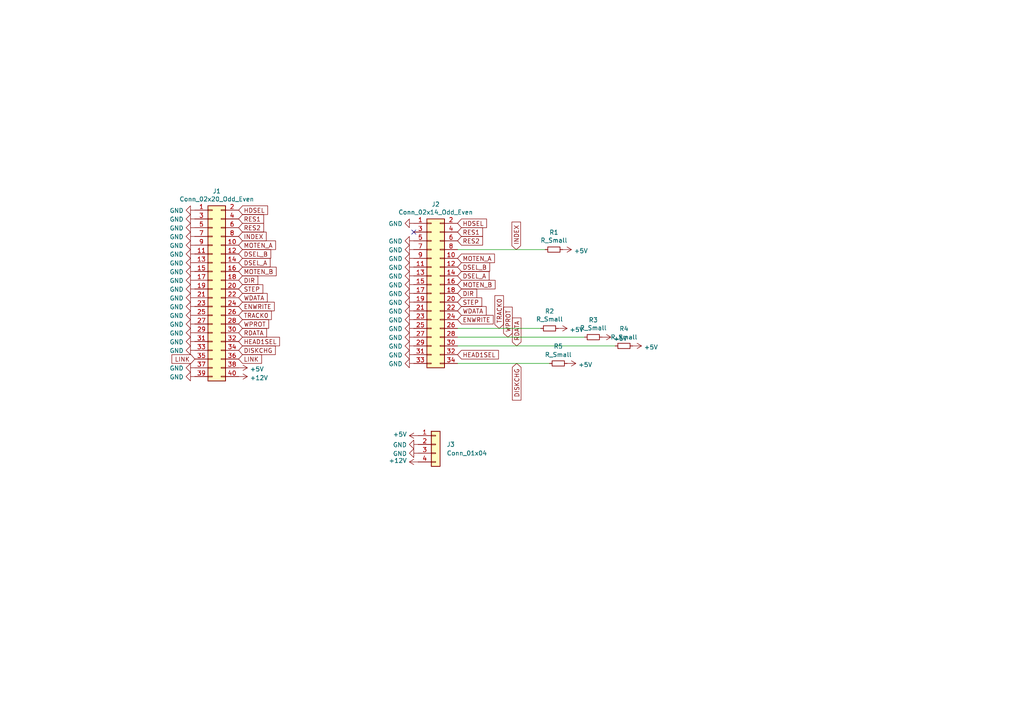
<source format=kicad_sch>
(kicad_sch (version 20211123) (generator eeschema)
  (paper "A4")
  (lib_symbols
    (symbol "Connector_Generic:Conn_01x04" (pin_names (offset 1.016) hide)
      (property "Reference" "J" (at 0 5.08 0))
      (property "Value" "Conn_01x04" (at 0 -7.62 0))
      (symbol "Conn_01x04_1_1"
        (rectangle (start -1.27 -4.953) (end 0 -5.207) (stroke (width 0.1524)))
        (rectangle (start -1.27 -2.413) (end 0 -2.667) (stroke (width 0.1524)))
        (rectangle (start -1.27 0.127) (end 0 -0.127) (stroke (width 0.1524)))
        (rectangle (start -1.27 2.667) (end 0 2.413) (stroke (width 0.1524)))
        (rectangle (start -1.27 3.81) (end 1.27 -6.35) (stroke (width 0.254)) (fill (type background)))
        (pin passive line (at -5.08 2.54 0) (length 3.81) (name "Pin_1") (number "1"))
        (pin passive line (at -5.08 0 0) (length 3.81) (name "Pin_2") (number "2"))
        (pin passive line (at -5.08 -2.54 0) (length 3.81) (name "Pin_3") (number "3"))
        (pin passive line (at -5.08 -5.08 0) (length 3.81) (name "Pin_4") (number "4"))
      )
    )
    (symbol "Connector_Generic:Conn_02x17_Odd_Even" (pin_names (offset 1.016) hide)
      (property "Reference" "J" (at 1.27 22.86 0))
      (property "Value" "Conn_02x17_Odd_Even" (at 1.27 -22.86 0))
      (symbol "Conn_02x17_Odd_Even_1_1"
        (rectangle (start -1.27 -20.193) (end 0 -20.447) (stroke (width 0.1524)))
        (rectangle (start -1.27 -17.653) (end 0 -17.907) (stroke (width 0.1524)))
        (rectangle (start -1.27 -15.113) (end 0 -15.367) (stroke (width 0.1524)))
        (rectangle (start -1.27 -12.573) (end 0 -12.827) (stroke (width 0.1524)))
        (rectangle (start -1.27 -10.033) (end 0 -10.287) (stroke (width 0.1524)))
        (rectangle (start -1.27 -7.493) (end 0 -7.747) (stroke (width 0.1524)))
        (rectangle (start -1.27 -4.953) (end 0 -5.207) (stroke (width 0.1524)))
        (rectangle (start -1.27 -2.413) (end 0 -2.667) (stroke (width 0.1524)))
        (rectangle (start -1.27 0.127) (end 0 -0.127) (stroke (width 0.1524)))
        (rectangle (start -1.27 2.667) (end 0 2.413) (stroke (width 0.1524)))
        (rectangle (start -1.27 5.207) (end 0 4.953) (stroke (width 0.1524)))
        (rectangle (start -1.27 7.747) (end 0 7.493) (stroke (width 0.1524)))
        (rectangle (start -1.27 10.287) (end 0 10.033) (stroke (width 0.1524)))
        (rectangle (start -1.27 12.827) (end 0 12.573) (stroke (width 0.1524)))
        (rectangle (start -1.27 15.367) (end 0 15.113) (stroke (width 0.1524)))
        (rectangle (start -1.27 17.907) (end 0 17.653) (stroke (width 0.1524)))
        (rectangle (start -1.27 20.447) (end 0 20.193) (stroke (width 0.1524)))
        (rectangle (start -1.27 21.59) (end 3.81 -21.59) (stroke (width 0.254)) (fill (type background)))
        (rectangle (start 3.81 -20.193) (end 2.54 -20.447) (stroke (width 0.1524)))
        (rectangle (start 3.81 -17.653) (end 2.54 -17.907) (stroke (width 0.1524)))
        (rectangle (start 3.81 -15.113) (end 2.54 -15.367) (stroke (width 0.1524)))
        (rectangle (start 3.81 -12.573) (end 2.54 -12.827) (stroke (width 0.1524)))
        (rectangle (start 3.81 -10.033) (end 2.54 -10.287) (stroke (width 0.1524)))
        (rectangle (start 3.81 -7.493) (end 2.54 -7.747) (stroke (width 0.1524)))
        (rectangle (start 3.81 -4.953) (end 2.54 -5.207) (stroke (width 0.1524)))
        (rectangle (start 3.81 -2.413) (end 2.54 -2.667) (stroke (width 0.1524)))
        (rectangle (start 3.81 0.127) (end 2.54 -0.127) (stroke (width 0.1524)))
        (rectangle (start 3.81 2.667) (end 2.54 2.413) (stroke (width 0.1524)))
        (rectangle (start 3.81 5.207) (end 2.54 4.953) (stroke (width 0.1524)))
        (rectangle (start 3.81 7.747) (end 2.54 7.493) (stroke (width 0.1524)))
        (rectangle (start 3.81 10.287) (end 2.54 10.033) (stroke (width 0.1524)))
        (rectangle (start 3.81 12.827) (end 2.54 12.573) (stroke (width 0.1524)))
        (rectangle (start 3.81 15.367) (end 2.54 15.113) (stroke (width 0.1524)))
        (rectangle (start 3.81 17.907) (end 2.54 17.653) (stroke (width 0.1524)))
        (rectangle (start 3.81 20.447) (end 2.54 20.193) (stroke (width 0.1524)))
        (pin passive line (at -5.08 20.32 0) (length 3.81) (name "Pin_1") (number "1"))
        (pin passive line (at 7.62 10.16 180) (length 3.81) (name "Pin_10") (number "10"))
        (pin passive line (at -5.08 7.62 0) (length 3.81) (name "Pin_11") (number "11"))
        (pin passive line (at 7.62 7.62 180) (length 3.81) (name "Pin_12") (number "12"))
        (pin passive line (at -5.08 5.08 0) (length 3.81) (name "Pin_13") (number "13"))
        (pin passive line (at 7.62 5.08 180) (length 3.81) (name "Pin_14") (number "14"))
        (pin passive line (at -5.08 2.54 0) (length 3.81) (name "Pin_15") (number "15"))
        (pin passive line (at 7.62 2.54 180) (length 3.81) (name "Pin_16") (number "16"))
        (pin passive line (at -5.08 0 0) (length 3.81) (name "Pin_17") (number "17"))
        (pin passive line (at 7.62 0 180) (length 3.81) (name "Pin_18") (number "18"))
        (pin passive line (at -5.08 -2.54 0) (length 3.81) (name "Pin_19") (number "19"))
        (pin passive line (at 7.62 20.32 180) (length 3.81) (name "Pin_2") (number "2"))
        (pin passive line (at 7.62 -2.54 180) (length 3.81) (name "Pin_20") (number "20"))
        (pin passive line (at -5.08 -5.08 0) (length 3.81) (name "Pin_21") (number "21"))
        (pin passive line (at 7.62 -5.08 180) (length 3.81) (name "Pin_22") (number "22"))
        (pin passive line (at -5.08 -7.62 0) (length 3.81) (name "Pin_23") (number "23"))
        (pin passive line (at 7.62 -7.62 180) (length 3.81) (name "Pin_24") (number "24"))
        (pin passive line (at -5.08 -10.16 0) (length 3.81) (name "Pin_25") (number "25"))
        (pin passive line (at 7.62 -10.16 180) (length 3.81) (name "Pin_26") (number "26"))
        (pin passive line (at -5.08 -12.7 0) (length 3.81) (name "Pin_27") (number "27"))
        (pin passive line (at 7.62 -12.7 180) (length 3.81) (name "Pin_28") (number "28"))
        (pin passive line (at -5.08 -15.24 0) (length 3.81) (name "Pin_29") (number "29"))
        (pin passive line (at -5.08 17.78 0) (length 3.81) (name "Pin_3") (number "3"))
        (pin passive line (at 7.62 -15.24 180) (length 3.81) (name "Pin_30") (number "30"))
        (pin passive line (at -5.08 -17.78 0) (length 3.81) (name "Pin_31") (number "31"))
        (pin passive line (at 7.62 -17.78 180) (length 3.81) (name "Pin_32") (number "32"))
        (pin passive line (at -5.08 -20.32 0) (length 3.81) (name "Pin_33") (number "33"))
        (pin passive line (at 7.62 -20.32 180) (length 3.81) (name "Pin_34") (number "34"))
        (pin passive line (at 7.62 17.78 180) (length 3.81) (name "Pin_4") (number "4"))
        (pin passive line (at -5.08 15.24 0) (length 3.81) (name "Pin_5") (number "5"))
        (pin passive line (at 7.62 15.24 180) (length 3.81) (name "Pin_6") (number "6"))
        (pin passive line (at -5.08 12.7 0) (length 3.81) (name "Pin_7") (number "7"))
        (pin passive line (at 7.62 12.7 180) (length 3.81) (name "Pin_8") (number "8"))
        (pin passive line (at -5.08 10.16 0) (length 3.81) (name "Pin_9") (number "9"))
      )
    )
    (symbol "Connector_Generic:Conn_02x20_Odd_Even" (pin_names (offset 1.016) hide)
      (property "Reference" "J" (at 1.27 25.4 0))
      (property "Value" "Conn_02x20_Odd_Even" (at 1.27 -27.94 0))
      (symbol "Conn_02x20_Odd_Even_1_1"
        (rectangle (start -1.27 -25.273) (end 0 -25.527) (stroke (width 0.1524)))
        (rectangle (start -1.27 -22.733) (end 0 -22.987) (stroke (width 0.1524)))
        (rectangle (start -1.27 -20.193) (end 0 -20.447) (stroke (width 0.1524)))
        (rectangle (start -1.27 -17.653) (end 0 -17.907) (stroke (width 0.1524)))
        (rectangle (start -1.27 -15.113) (end 0 -15.367) (stroke (width 0.1524)))
        (rectangle (start -1.27 -12.573) (end 0 -12.827) (stroke (width 0.1524)))
        (rectangle (start -1.27 -10.033) (end 0 -10.287) (stroke (width 0.1524)))
        (rectangle (start -1.27 -7.493) (end 0 -7.747) (stroke (width 0.1524)))
        (rectangle (start -1.27 -4.953) (end 0 -5.207) (stroke (width 0.1524)))
        (rectangle (start -1.27 -2.413) (end 0 -2.667) (stroke (width 0.1524)))
        (rectangle (start -1.27 0.127) (end 0 -0.127) (stroke (width 0.1524)))
        (rectangle (start -1.27 2.667) (end 0 2.413) (stroke (width 0.1524)))
        (rectangle (start -1.27 5.207) (end 0 4.953) (stroke (width 0.1524)))
        (rectangle (start -1.27 7.747) (end 0 7.493) (stroke (width 0.1524)))
        (rectangle (start -1.27 10.287) (end 0 10.033) (stroke (width 0.1524)))
        (rectangle (start -1.27 12.827) (end 0 12.573) (stroke (width 0.1524)))
        (rectangle (start -1.27 15.367) (end 0 15.113) (stroke (width 0.1524)))
        (rectangle (start -1.27 17.907) (end 0 17.653) (stroke (width 0.1524)))
        (rectangle (start -1.27 20.447) (end 0 20.193) (stroke (width 0.1524)))
        (rectangle (start -1.27 22.987) (end 0 22.733) (stroke (width 0.1524)))
        (rectangle (start -1.27 24.13) (end 3.81 -26.67) (stroke (width 0.254)) (fill (type background)))
        (rectangle (start 3.81 -25.273) (end 2.54 -25.527) (stroke (width 0.1524)))
        (rectangle (start 3.81 -22.733) (end 2.54 -22.987) (stroke (width 0.1524)))
        (rectangle (start 3.81 -20.193) (end 2.54 -20.447) (stroke (width 0.1524)))
        (rectangle (start 3.81 -17.653) (end 2.54 -17.907) (stroke (width 0.1524)))
        (rectangle (start 3.81 -15.113) (end 2.54 -15.367) (stroke (width 0.1524)))
        (rectangle (start 3.81 -12.573) (end 2.54 -12.827) (stroke (width 0.1524)))
        (rectangle (start 3.81 -10.033) (end 2.54 -10.287) (stroke (width 0.1524)))
        (rectangle (start 3.81 -7.493) (end 2.54 -7.747) (stroke (width 0.1524)))
        (rectangle (start 3.81 -4.953) (end 2.54 -5.207) (stroke (width 0.1524)))
        (rectangle (start 3.81 -2.413) (end 2.54 -2.667) (stroke (width 0.1524)))
        (rectangle (start 3.81 0.127) (end 2.54 -0.127) (stroke (width 0.1524)))
        (rectangle (start 3.81 2.667) (end 2.54 2.413) (stroke (width 0.1524)))
        (rectangle (start 3.81 5.207) (end 2.54 4.953) (stroke (width 0.1524)))
        (rectangle (start 3.81 7.747) (end 2.54 7.493) (stroke (width 0.1524)))
        (rectangle (start 3.81 10.287) (end 2.54 10.033) (stroke (width 0.1524)))
        (rectangle (start 3.81 12.827) (end 2.54 12.573) (stroke (width 0.1524)))
        (rectangle (start 3.81 15.367) (end 2.54 15.113) (stroke (width 0.1524)))
        (rectangle (start 3.81 17.907) (end 2.54 17.653) (stroke (width 0.1524)))
        (rectangle (start 3.81 20.447) (end 2.54 20.193) (stroke (width 0.1524)))
        (rectangle (start 3.81 22.987) (end 2.54 22.733) (stroke (width 0.1524)))
        (pin passive line (at -5.08 22.86 0) (length 3.81) (name "Pin_1") (number "1"))
        (pin passive line (at 7.62 12.7 180) (length 3.81) (name "Pin_10") (number "10"))
        (pin passive line (at -5.08 10.16 0) (length 3.81) (name "Pin_11") (number "11"))
        (pin passive line (at 7.62 10.16 180) (length 3.81) (name "Pin_12") (number "12"))
        (pin passive line (at -5.08 7.62 0) (length 3.81) (name "Pin_13") (number "13"))
        (pin passive line (at 7.62 7.62 180) (length 3.81) (name "Pin_14") (number "14"))
        (pin passive line (at -5.08 5.08 0) (length 3.81) (name "Pin_15") (number "15"))
        (pin passive line (at 7.62 5.08 180) (length 3.81) (name "Pin_16") (number "16"))
        (pin passive line (at -5.08 2.54 0) (length 3.81) (name "Pin_17") (number "17"))
        (pin passive line (at 7.62 2.54 180) (length 3.81) (name "Pin_18") (number "18"))
        (pin passive line (at -5.08 0 0) (length 3.81) (name "Pin_19") (number "19"))
        (pin passive line (at 7.62 22.86 180) (length 3.81) (name "Pin_2") (number "2"))
        (pin passive line (at 7.62 0 180) (length 3.81) (name "Pin_20") (number "20"))
        (pin passive line (at -5.08 -2.54 0) (length 3.81) (name "Pin_21") (number "21"))
        (pin passive line (at 7.62 -2.54 180) (length 3.81) (name "Pin_22") (number "22"))
        (pin passive line (at -5.08 -5.08 0) (length 3.81) (name "Pin_23") (number "23"))
        (pin passive line (at 7.62 -5.08 180) (length 3.81) (name "Pin_24") (number "24"))
        (pin passive line (at -5.08 -7.62 0) (length 3.81) (name "Pin_25") (number "25"))
        (pin passive line (at 7.62 -7.62 180) (length 3.81) (name "Pin_26") (number "26"))
        (pin passive line (at -5.08 -10.16 0) (length 3.81) (name "Pin_27") (number "27"))
        (pin passive line (at 7.62 -10.16 180) (length 3.81) (name "Pin_28") (number "28"))
        (pin passive line (at -5.08 -12.7 0) (length 3.81) (name "Pin_29") (number "29"))
        (pin passive line (at -5.08 20.32 0) (length 3.81) (name "Pin_3") (number "3"))
        (pin passive line (at 7.62 -12.7 180) (length 3.81) (name "Pin_30") (number "30"))
        (pin passive line (at -5.08 -15.24 0) (length 3.81) (name "Pin_31") (number "31"))
        (pin passive line (at 7.62 -15.24 180) (length 3.81) (name "Pin_32") (number "32"))
        (pin passive line (at -5.08 -17.78 0) (length 3.81) (name "Pin_33") (number "33"))
        (pin passive line (at 7.62 -17.78 180) (length 3.81) (name "Pin_34") (number "34"))
        (pin passive line (at -5.08 -20.32 0) (length 3.81) (name "Pin_35") (number "35"))
        (pin passive line (at 7.62 -20.32 180) (length 3.81) (name "Pin_36") (number "36"))
        (pin passive line (at -5.08 -22.86 0) (length 3.81) (name "Pin_37") (number "37"))
        (pin passive line (at 7.62 -22.86 180) (length 3.81) (name "Pin_38") (number "38"))
        (pin passive line (at -5.08 -25.4 0) (length 3.81) (name "Pin_39") (number "39"))
        (pin passive line (at 7.62 20.32 180) (length 3.81) (name "Pin_4") (number "4"))
        (pin passive line (at 7.62 -25.4 180) (length 3.81) (name "Pin_40") (number "40"))
        (pin passive line (at -5.08 17.78 0) (length 3.81) (name "Pin_5") (number "5"))
        (pin passive line (at 7.62 17.78 180) (length 3.81) (name "Pin_6") (number "6"))
        (pin passive line (at -5.08 15.24 0) (length 3.81) (name "Pin_7") (number "7"))
        (pin passive line (at 7.62 15.24 180) (length 3.81) (name "Pin_8") (number "8"))
        (pin passive line (at -5.08 12.7 0) (length 3.81) (name "Pin_9") (number "9"))
      )
    )
    (symbol "Device:R_Small" (pin_numbers hide) (pin_names (offset 0.254) hide)
      (property "Reference" "R" (at 0.762 0.508 0))
      (property "Value" "R_Small" (at 0.762 -1.016 0))
      (symbol "R_Small_0_1"
        (rectangle (start -0.762 1.778) (end 0.762 -1.778) (stroke (width 0.2032)))
      )
      (symbol "R_Small_1_1"
        (pin passive line (at 0 2.54 270) (length 0.762) (name "~") (number "1"))
        (pin passive line (at 0 -2.54 90) (length 0.762) (name "~") (number "2"))
      )
    )
    (symbol "power:+12V" (power) (pin_names (offset 0))
      (property "Value" "+12V" (at 0 3.556 0))
      (symbol "+12V_0_1"
        (polyline (pts (xy -0.762 1.27) (xy 0 2.54)))
        (polyline (pts (xy 0 0) (xy 0 2.54)))
        (polyline (pts (xy 0 2.54) (xy 0.762 1.27)))
      )
      (symbol "+12V_1_1"
        (pin power_in line (at 0 0 90) (length 0) hide (name "+12V") (number "1"))
      )
    )
    (symbol "power:+5V" (power) (pin_names (offset 0))
      (property "Value" "+5V" (at 0 3.556 0))
      (symbol "+5V_0_1"
        (polyline (pts (xy -0.762 1.27) (xy 0 2.54)))
        (polyline (pts (xy 0 0) (xy 0 2.54)))
        (polyline (pts (xy 0 2.54) (xy 0.762 1.27)))
      )
      (symbol "+5V_1_1"
        (pin power_in line (at 0 0 90) (length 0) hide (name "+5V") (number "1"))
      )
    )
    (symbol "power:GND" (power) (pin_names (offset 0))
      (property "Value" "GND" (at 0 -3.81 0))
      (symbol "GND_0_1"
        (polyline (pts (xy 0 0) (xy 0 -1.27) (xy 1.27 -1.27) (xy 0 -2.54) (xy -1.27 -1.27) (xy 0 -1.27)))
      )
      (symbol "GND_1_1"
        (pin power_in line (at 0 0 270) (length 0) hide (name "GND") (number "1"))
      )
    )
  )
  (no_connect (at 120.015 67.31))
  (wire (pts (xy 132.715 97.79) (xy 169.545 97.79)))
  (wire (pts (xy 132.715 72.39) (xy 158.115 72.39)))
  (wire (pts (xy 132.715 105.41) (xy 159.385 105.41)))
  (wire (pts (xy 132.715 100.33) (xy 178.435 100.33)))
  (wire (pts (xy 132.715 95.25) (xy 156.845 95.25)))
  (global_label "HDSEL" (shape input) (at 69.215 60.96 0) (property "Intersheet References" "${INTERSHEET_REFS}" (effects hide)))
  (global_label "INDEX" (shape input) (at 149.733 72.39 90) (property "Intersheet References" "${INTERSHEET_REFS}" (effects hide)))
  (global_label "DIR" (shape input) (at 69.215 81.28 0) (property "Intersheet References" "${INTERSHEET_REFS}" (effects hide)))
  (global_label "RDATA" (shape input) (at 149.86 100.33 90) (property "Intersheet References" "${INTERSHEET_REFS}" (effects hide)))
  (global_label "DISKCHG" (shape input) (at 69.215 101.6 0) (property "Intersheet References" "${INTERSHEET_REFS}" (effects hide)))
  (global_label "RES2" (shape input) (at 132.715 69.85 0) (property "Intersheet References" "${INTERSHEET_REFS}" (effects hide)))
  (global_label "MOTEN_B" (shape input) (at 132.715 82.55 0) (property "Intersheet References" "${INTERSHEET_REFS}" (effects hide)))
  (global_label "STEP" (shape input) (at 132.715 87.63 0) (property "Intersheet References" "${INTERSHEET_REFS}" (effects hide)))
  (global_label "LINK" (shape input) (at 69.215 104.14 0) (property "Intersheet References" "${INTERSHEET_REFS}" (effects hide)))
  (global_label "MOTEN_A" (shape input) (at 132.715 74.93 0) (property "Intersheet References" "${INTERSHEET_REFS}" (effects hide)))
  (global_label "TRACK0" (shape input) (at 144.78 95.25 90) (property "Intersheet References" "${INTERSHEET_REFS}" (effects hide)))
  (global_label "ENWRITE" (shape input) (at 69.215 88.9 0) (property "Intersheet References" "${INTERSHEET_REFS}" (effects hide)))
  (global_label "WPROT" (shape input) (at 69.215 93.98 0) (property "Intersheet References" "${INTERSHEET_REFS}" (effects hide)))
  (global_label "RES1" (shape input) (at 69.215 63.5 0) (property "Intersheet References" "${INTERSHEET_REFS}" (effects hide)))
  (global_label "HDSEL" (shape input) (at 132.715 64.77 0) (property "Intersheet References" "${INTERSHEET_REFS}" (effects hide)))
  (global_label "ENWRITE" (shape input) (at 132.715 92.71 0) (property "Intersheet References" "${INTERSHEET_REFS}" (effects hide)))
  (global_label "HEAD1SEL" (shape input) (at 132.715 102.87 0) (property "Intersheet References" "${INTERSHEET_REFS}" (effects hide)))
  (global_label "WPROT" (shape input) (at 147.32 97.79 90) (property "Intersheet References" "${INTERSHEET_REFS}" (effects hide)))
  (global_label "HEAD1SEL" (shape input) (at 69.215 99.06 0) (property "Intersheet References" "${INTERSHEET_REFS}" (effects hide)))
  (global_label "RES1" (shape input) (at 132.715 67.31 0) (property "Intersheet References" "${INTERSHEET_REFS}" (effects hide)))
  (global_label "WDATA" (shape input) (at 132.715 90.17 0) (property "Intersheet References" "${INTERSHEET_REFS}" (effects hide)))
  (global_label "MOTEN_A" (shape input) (at 69.215 71.12 0) (property "Intersheet References" "${INTERSHEET_REFS}" (effects hide)))
  (global_label "DSEL_A" (shape input) (at 69.215 76.2 0) (property "Intersheet References" "${INTERSHEET_REFS}" (effects hide)))
  (global_label "DIR" (shape input) (at 132.715 85.09 0) (property "Intersheet References" "${INTERSHEET_REFS}" (effects hide)))
  (global_label "DSEL_B" (shape input) (at 132.715 77.47 0) (property "Intersheet References" "${INTERSHEET_REFS}" (effects hide)))
  (global_label "RDATA" (shape input) (at 69.215 96.52 0) (property "Intersheet References" "${INTERSHEET_REFS}" (effects hide)))
  (global_label "DISKCHG" (shape input) (at 149.86 105.41 270) (property "Intersheet References" "${INTERSHEET_REFS}" (effects hide)))
  (global_label "WDATA" (shape input) (at 69.215 86.36 0) (property "Intersheet References" "${INTERSHEET_REFS}" (effects hide)))
  (global_label "RES2" (shape input) (at 69.215 66.04 0) (property "Intersheet References" "${INTERSHEET_REFS}" (effects hide)))
  (global_label "STEP" (shape input) (at 69.215 83.82 0) (property "Intersheet References" "${INTERSHEET_REFS}" (effects hide)))
  (global_label "MOTEN_B" (shape input) (at 69.215 78.74 0) (property "Intersheet References" "${INTERSHEET_REFS}" (effects hide)))
  (global_label "LINK" (shape input) (at 56.515 104.14 180) (property "Intersheet References" "${INTERSHEET_REFS}" (effects hide)))
  (global_label "DSEL_B" (shape input) (at 69.215 73.66 0) (property "Intersheet References" "${INTERSHEET_REFS}" (effects hide)))
  (global_label "TRACK0" (shape input) (at 69.215 91.44 0) (property "Intersheet References" "${INTERSHEET_REFS}" (effects hide)))
  (global_label "INDEX" (shape input) (at 69.215 68.58 0) (property "Intersheet References" "${INTERSHEET_REFS}" (effects hide)))
  (global_label "DSEL_A" (shape input) (at 132.715 80.01 0) (property "Intersheet References" "${INTERSHEET_REFS}" (effects hide)))
  (symbol (lib_id "Connector_Generic:Conn_02x20_Odd_Even") (at 61.595 83.82 0) (unit 1)
    (property "Reference" "J1" (at 62.865 55.4482 0))
    (property "Value" "Conn_02x20_Odd_Even" (at 62.865 57.7596 0))
    (property "Footprint" "Sebs-footprints:IBM_2x20_EDGE" (effects hide))
  )
  (symbol (lib_id "power:GND") (at 56.515 60.96 270) (unit 1)
    (property "Reference" "#PWR0126" (effects hide))
    (property "Value" "GND" (at 53.2638 61.087 90) (effects (justify right)))
  )
  (symbol (lib_id "power:+5V") (at 69.215 106.68 270) (unit 1)
    (property "Reference" "#PWR0118" (effects hide))
    (property "Value" "+5V" (at 72.4662 107.061 90) (effects (justify left)))
  )
  (symbol (lib_id "power:+12V") (at 69.215 109.22 270) (unit 1)
    (property "Reference" "#PWR0117" (effects hide))
    (property "Value" "+12V" (at 72.4662 109.601 90) (effects (justify left)))
  )
  (symbol (lib_id "power:GND") (at 56.515 63.5 270) (unit 1)
    (property "Reference" "#PWR0129" (effects hide))
    (property "Value" "GND" (at 53.2638 63.627 90) (effects (justify right)))
  )
  (symbol (lib_id "power:GND") (at 56.515 66.04 270) (unit 1)
    (property "Reference" "#PWR0128" (effects hide))
    (property "Value" "GND" (at 53.2638 66.167 90) (effects (justify right)))
  )
  (symbol (lib_id "power:GND") (at 56.515 68.58 270) (unit 1)
    (property "Reference" "#PWR0125" (effects hide))
    (property "Value" "GND" (at 53.2638 68.707 90) (effects (justify right)))
  )
  (symbol (lib_id "power:GND") (at 56.515 71.12 270) (unit 1)
    (property "Reference" "#PWR0127" (effects hide))
    (property "Value" "GND" (at 53.2638 71.247 90) (effects (justify right)))
  )
  (symbol (lib_id "power:GND") (at 56.515 73.66 270) (unit 1)
    (property "Reference" "#PWR0124" (effects hide))
    (property "Value" "GND" (at 53.2638 73.787 90) (effects (justify right)))
  )
  (symbol (lib_id "power:GND") (at 56.515 76.2 270) (unit 1)
    (property "Reference" "#PWR0130" (effects hide))
    (property "Value" "GND" (at 53.2638 76.327 90) (effects (justify right)))
  )
  (symbol (lib_id "power:GND") (at 56.515 78.74 270) (unit 1)
    (property "Reference" "#PWR0115" (effects hide))
    (property "Value" "GND" (at 53.2638 78.867 90) (effects (justify right)))
  )
  (symbol (lib_id "Connector_Generic:Conn_02x17_Odd_Even") (at 125.095 85.09 0) (unit 1)
    (property "Reference" "J2" (at 126.365 59.2582 0))
    (property "Value" "Conn_02x14_Odd_Even" (at 126.365 61.5696 0))
    (property "Footprint" "Connector_PinSocket_2.54mm:PinSocket_2x17_P2.54mm_Vertical" (effects hide))
  )
  (symbol (lib_id "power:GND") (at 120.015 64.77 270) (unit 1)
    (property "Reference" "#PWR0141" (effects hide))
    (property "Value" "GND" (at 116.7638 64.897 90) (effects (justify right)))
  )
  (symbol (lib_id "power:GND") (at 56.515 81.28 270) (unit 1)
    (property "Reference" "#PWR0116" (effects hide))
    (property "Value" "GND" (at 53.2638 81.407 90) (effects (justify right)))
  )
  (symbol (lib_id "power:GND") (at 56.515 83.82 270) (unit 1)
    (property "Reference" "#PWR0120" (effects hide))
    (property "Value" "GND" (at 53.2638 83.947 90) (effects (justify right)))
  )
  (symbol (lib_id "power:GND") (at 56.515 86.36 270) (unit 1)
    (property "Reference" "#PWR0121" (effects hide))
    (property "Value" "GND" (at 53.2638 86.487 90) (effects (justify right)))
  )
  (symbol (lib_id "power:GND") (at 56.515 88.9 270) (unit 1)
    (property "Reference" "#PWR0122" (effects hide))
    (property "Value" "GND" (at 53.2638 89.027 90) (effects (justify right)))
  )
  (symbol (lib_id "power:GND") (at 56.515 91.44 270) (unit 1)
    (property "Reference" "#PWR0119" (effects hide))
    (property "Value" "GND" (at 53.2638 91.567 90) (effects (justify right)))
  )
  (symbol (lib_id "power:GND") (at 56.515 93.98 270) (unit 1)
    (property "Reference" "#PWR0123" (effects hide))
    (property "Value" "GND" (at 53.2638 94.107 90) (effects (justify right)))
  )
  (symbol (lib_id "power:GND") (at 56.515 96.52 270) (unit 1)
    (property "Reference" "#PWR0112" (effects hide))
    (property "Value" "GND" (at 53.2638 96.647 90) (effects (justify right)))
  )
  (symbol (lib_id "power:GND") (at 56.515 99.06 270) (unit 1)
    (property "Reference" "#PWR0111" (effects hide))
    (property "Value" "GND" (at 53.2638 99.187 90) (effects (justify right)))
  )
  (symbol (lib_id "power:GND") (at 56.515 101.6 270) (unit 1)
    (property "Reference" "#PWR0113" (effects hide))
    (property "Value" "GND" (at 53.2638 101.727 90) (effects (justify right)))
  )
  (symbol (lib_id "power:GND") (at 56.515 106.68 270) (unit 1)
    (property "Reference" "#PWR0114" (effects hide))
    (property "Value" "GND" (at 53.2638 106.807 90) (effects (justify right)))
  )
  (symbol (lib_id "power:GND") (at 56.515 109.22 270) (unit 1)
    (property "Reference" "#PWR0110" (effects hide))
    (property "Value" "GND" (at 53.2638 109.347 90) (effects (justify right)))
  )
  (symbol (lib_id "power:GND") (at 120.015 97.79 270) (unit 1)
    (property "Reference" "#PWR0142" (effects hide))
    (property "Value" "GND" (at 116.7638 97.917 90) (effects (justify right)))
  )
  (symbol (lib_id "power:GND") (at 120.015 69.85 270) (unit 1)
    (property "Reference" "#PWR0137" (effects hide))
    (property "Value" "GND" (at 116.7638 69.977 90) (effects (justify right)))
  )
  (symbol (lib_id "power:GND") (at 120.015 72.39 270) (unit 1)
    (property "Reference" "#PWR0140" (effects hide))
    (property "Value" "GND" (at 116.7638 72.517 90) (effects (justify right)))
  )
  (symbol (lib_id "power:GND") (at 120.015 74.93 270) (unit 1)
    (property "Reference" "#PWR0138" (effects hide))
    (property "Value" "GND" (at 116.7638 75.057 90) (effects (justify right)))
  )
  (symbol (lib_id "power:GND") (at 120.015 77.47 270) (unit 1)
    (property "Reference" "#PWR0139" (effects hide))
    (property "Value" "GND" (at 116.7638 77.597 90) (effects (justify right)))
  )
  (symbol (lib_id "power:GND") (at 120.015 80.01 270) (unit 1)
    (property "Reference" "#PWR0133" (effects hide))
    (property "Value" "GND" (at 116.7638 80.137 90) (effects (justify right)))
  )
  (symbol (lib_id "power:GND") (at 120.015 82.55 270) (unit 1)
    (property "Reference" "#PWR0134" (effects hide))
    (property "Value" "GND" (at 116.7638 82.677 90) (effects (justify right)))
  )
  (symbol (lib_id "power:GND") (at 120.015 85.09 270) (unit 1)
    (property "Reference" "#PWR0132" (effects hide))
    (property "Value" "GND" (at 116.7638 85.217 90) (effects (justify right)))
  )
  (symbol (lib_id "power:GND") (at 120.015 87.63 270) (unit 1)
    (property "Reference" "#PWR0135" (effects hide))
    (property "Value" "GND" (at 116.7638 87.757 90) (effects (justify right)))
  )
  (symbol (lib_id "power:GND") (at 120.015 90.17 270) (unit 1)
    (property "Reference" "#PWR0131" (effects hide))
    (property "Value" "GND" (at 116.7638 90.297 90) (effects (justify right)))
  )
  (symbol (lib_id "power:GND") (at 120.015 92.71 270) (unit 1)
    (property "Reference" "#PWR0136" (effects hide))
    (property "Value" "GND" (at 116.7638 92.837 90) (effects (justify right)))
  )
  (symbol (lib_id "power:GND") (at 120.015 95.25 270) (unit 1)
    (property "Reference" "#PWR0143" (effects hide))
    (property "Value" "GND" (at 116.7638 95.377 90) (effects (justify right)))
  )
  (symbol (lib_id "power:GND") (at 120.015 100.33 270) (unit 1)
    (property "Reference" "#PWR0145" (effects hide))
    (property "Value" "GND" (at 116.7638 100.457 90) (effects (justify right)))
  )
  (symbol (lib_id "power:GND") (at 120.015 102.87 270) (unit 1)
    (property "Reference" "#PWR0146" (effects hide))
    (property "Value" "GND" (at 116.7638 102.997 90) (effects (justify right)))
  )
  (symbol (lib_id "power:GND") (at 120.015 105.41 270) (unit 1)
    (property "Reference" "#PWR0144" (effects hide))
    (property "Value" "GND" (at 116.7638 105.537 90) (effects (justify right)))
  )
  (symbol (lib_id "Device:R_Small") (at 159.385 95.25 270) (unit 1)
    (property "Reference" "R2" (at 159.385 90.2716 90))
    (property "Value" "R_Small" (at 159.385 92.583 90))
    (property "Footprint" "Resistor_SMD:R_1206_3216Metric" (effects hide))
  )
  (symbol (lib_id "power:+5V") (at 163.195 72.39 270) (unit 1)
    (property "Reference" "#PWR0105" (effects hide))
    (property "Value" "+5V" (at 166.4462 72.771 90) (effects (justify left)))
  )
  (symbol (lib_id "Device:R_Small") (at 172.085 97.79 270) (unit 1)
    (property "Reference" "R3" (at 172.085 92.8116 90))
    (property "Value" "R_Small" (at 172.085 95.123 90))
    (property "Footprint" "Resistor_SMD:R_1206_3216Metric" (effects hide))
  )
  (symbol (lib_id "power:+12V") (at 121.285 133.985 90) (unit 1)
    (property "Reference" "#PWR0106" (effects hide))
    (property "Value" "+12V" (at 118.0338 133.604 90) (effects (justify left)))
  )
  (symbol (lib_id "Device:R_Small") (at 180.975 100.33 270) (unit 1)
    (property "Reference" "R4" (at 180.975 95.3516 90))
    (property "Value" "R_Small" (at 180.975 97.79 90))
    (property "Footprint" "Resistor_SMD:R_1206_3216Metric" (effects hide))
  )
  (symbol (lib_id "Connector_Generic:Conn_01x04") (at 126.365 128.905 0) (unit 1)
    (property "Reference" "J3" (at 129.54 128.9049 0) (effects (justify left)))
    (property "Value" "Conn_01x04" (at 129.54 131.4449 0) (effects (justify left)))
    (property "Footprint" "Connector_JST:JST_XH_B4B-XH-A_1x04_P2.50mm_Vertical" (effects hide))
  )
  (symbol (lib_id "power:GND") (at 121.285 128.905 270) (unit 1)
    (property "Reference" "#PWR0108" (effects hide))
    (property "Value" "GND" (at 118.0338 129.032 90) (effects (justify right)))
  )
  (symbol (lib_id "power:GND") (at 121.285 131.445 270) (unit 1)
    (property "Reference" "#PWR0107" (effects hide))
    (property "Value" "GND" (at 118.0338 131.572 90) (effects (justify right)))
  )
  (symbol (lib_id "power:+5V") (at 164.465 105.41 270) (unit 1)
    (property "Reference" "#PWR0101" (effects hide))
    (property "Value" "+5V" (at 167.7162 105.791 90) (effects (justify left)))
  )
  (symbol (lib_id "Device:R_Small") (at 161.925 105.41 270) (unit 1)
    (property "Reference" "R5" (at 161.925 100.4316 90))
    (property "Value" "R_Small" (at 161.925 102.87 90))
    (property "Footprint" "Resistor_SMD:R_1206_3216Metric" (effects hide))
  )
  (symbol (lib_id "power:+5V") (at 183.515 100.33 270) (unit 1)
    (property "Reference" "#PWR0104" (effects hide))
    (property "Value" "+5V" (at 186.7662 100.711 90) (effects (justify left)))
  )
  (symbol (lib_id "power:+5V") (at 174.625 97.79 270) (unit 1)
    (property "Reference" "#PWR0102" (effects hide))
    (property "Value" "+5V" (at 177.8762 98.171 90) (effects (justify left)))
  )
  (symbol (lib_id "power:+5V") (at 121.285 126.365 90) (unit 1)
    (property "Reference" "#PWR0109" (effects hide))
    (property "Value" "+5V" (at 118.0338 125.984 90) (effects (justify left)))
  )
  (symbol (lib_id "power:+5V") (at 161.925 95.25 270) (unit 1)
    (property "Reference" "#PWR0103" (effects hide))
    (property "Value" "+5V" (at 165.1762 95.631 90) (effects (justify left)))
  )
  (symbol (lib_id "Device:R_Small") (at 160.655 72.39 270) (unit 1)
    (property "Reference" "R1" (at 160.655 67.4116 90))
    (property "Value" "R_Small" (at 160.655 69.723 90))
    (property "Footprint" "Resistor_SMD:R_1206_3216Metric" (effects hide))
  )
)
</source>
